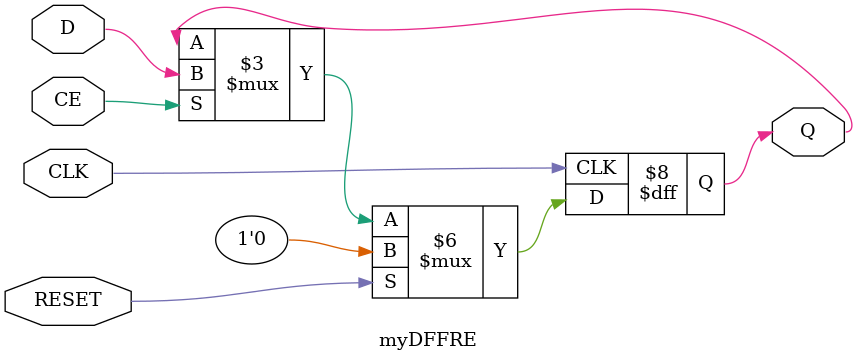
<source format=v>
module myDFFRE (output reg Q, input D, CLK, CE, RESET);
	parameter [0:0] INIT = 1'b0;
	initial Q = INIT;
	always @(posedge CLK) begin
		if (RESET)
			Q <= 1'b0;
		else if (CE)
			Q <= D;
	end
endmodule
</source>
